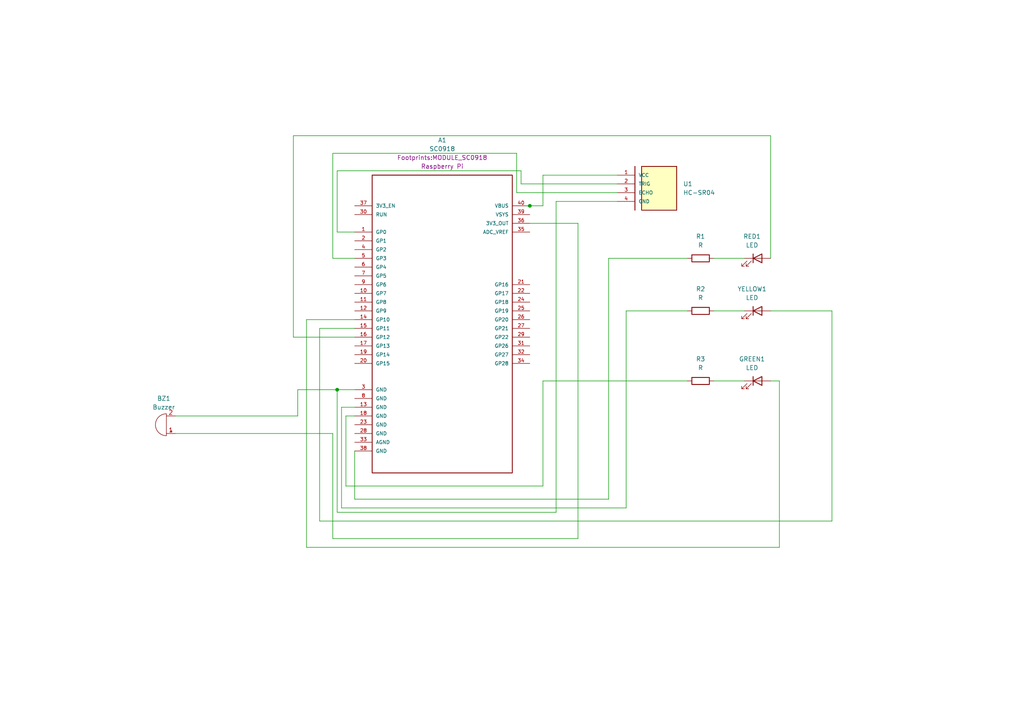
<source format=kicad_sch>
(kicad_sch (version 20231120) (generator "eeschema") (generator_version "8.0")
  (paper "A4")
  (lib_symbols
    (symbol "Device:Buzzer" (pin_names (offset 0.0254) hide)
      (property "Reference" "BZ" (at 3.81 1.27 0))
      (property "Value" "Buzzer" (at 3.81 -1.27 0))
      (symbol "Buzzer_0_1"
        (arc (start 0 -3.175) (mid 3.1612 0) (end 0 3.175))
        (polyline (pts (xy -1.651 1.905) (xy -1.143 1.905)))
        (polyline (pts (xy -1.397 2.159) (xy -1.397 1.651)))
        (polyline (pts (xy 0 3.175) (xy 0 -3.175)))
      )
      (symbol "Buzzer_1_1"
        (pin passive line (at -2.54 2.54 0) (length 2.54) (name "+") (number "1"))
        (pin passive line (at -2.54 -2.54 0) (length 2.54) (name "-") (number "2"))
      )
    )
    (symbol "Device:LED" (pin_numbers hide) (pin_names (offset 1.016) hide)
      (property "Reference" "D" (at 0 2.54 0))
      (property "Value" "LED" (at 0 -2.54 0))
      (symbol "LED_0_1"
        (polyline (pts (xy -1.27 -1.27) (xy -1.27 1.27)) (stroke (width 0.254)))
        (polyline (pts (xy -1.27 0) (xy 1.27 0)))
        (polyline (pts (xy 1.27 -1.27) (xy 1.27 1.27) (xy -1.27 0) (xy 1.27 -1.27)) (stroke (width 0.254)))
        (polyline (pts (xy -3.048 -0.762) (xy -4.572 -2.286) (xy -3.81 -2.286) (xy -4.572 -2.286) (xy -4.572 -1.524)))
        (polyline (pts (xy -1.778 -0.762) (xy -3.302 -2.286) (xy -2.54 -2.286) (xy -3.302 -2.286) (xy -3.302 -1.524)))
      )
      (symbol "LED_1_1"
        (pin passive line (at -3.81 0 0) (length 2.54) (name "K") (number "1"))
        (pin passive line (at 3.81 0 180) (length 2.54) (name "A") (number "2"))
      )
    )
    (symbol "Device:R" (pin_numbers hide) (pin_names (offset 0))
      (property "Reference" "R" (at 2.032 0 90))
      (property "Value" "R" (at 0 0 90))
      (symbol "R_0_1"
        (rectangle (start -1.016 -2.54) (end 1.016 2.54) (stroke (width 0.254)))
      )
      (symbol "R_1_1"
        (pin passive line (at 0 3.81 270) (length 1.27) (name "~") (number "1"))
        (pin passive line (at 0 -3.81 90) (length 1.27) (name "~") (number "2"))
      )
    )
    (symbol "Footprint:SC0918" (pin_names (offset 1.016))
      (property "Reference" "A1" (at 0 58.42 0))
      (property "Value" "SC0918" (at 0 55.88 0))
      (property "Footprint" "Footprints:MODULE_SC0918" (at -12.7 -46.99 0))
      (property "manufacturer" "Raspberry Pi" (at 0 53.34 0))
      (symbol "SC0918_0_0"
        (rectangle (start -20.32 -43.18) (end 20.32 43.18) (stroke (width 0.254)))
        (pin bidirectional line (at -25.4 26.67 0) (length 5.08) (name "GP0") (number "1"))
        (pin bidirectional line (at -25.4 8.89 0) (length 5.08) (name "GP7") (number "10"))
        (pin bidirectional line (at -25.4 6.35 0) (length 5.08) (name "GP8") (number "11"))
        (pin bidirectional line (at -25.4 3.81 0) (length 5.08) (name "GP9") (number "12"))
        (pin power_in line (at -25.4 -24.13 0) (length 5.08) (name "GND") (number "13"))
        (pin bidirectional line (at -25.4 1.27 0) (length 5.08) (name "GP10") (number "14"))
        (pin bidirectional line (at -25.4 -1.27 0) (length 5.08) (name "GP11") (number "15"))
        (pin bidirectional line (at -25.4 -3.81 0) (length 5.08) (name "GP12") (number "16"))
        (pin bidirectional line (at -25.4 -6.35 0) (length 5.08) (name "GP13") (number "17"))
        (pin power_in line (at -25.4 -26.67 0) (length 5.08) (name "GND") (number "18"))
        (pin bidirectional line (at -25.4 -8.89 0) (length 5.08) (name "GP14") (number "19"))
        (pin bidirectional line (at -25.4 24.13 0) (length 5.08) (name "GP1") (number "2"))
        (pin bidirectional line (at -25.4 -11.43 0) (length 5.08) (name "GP15") (number "20"))
        (pin bidirectional line (at 25.4 11.43 180) (length 5.08) (name "GP16") (number "21"))
        (pin bidirectional line (at 25.4 8.89 180) (length 5.08) (name "GP17") (number "22"))
        (pin power_in line (at -25.4 -29.21 0) (length 5.08) (name "GND") (number "23"))
        (pin bidirectional line (at 25.4 6.35 180) (length 5.08) (name "GP18") (number "24"))
        (pin bidirectional line (at 25.4 3.81 180) (length 5.08) (name "GP19") (number "25"))
        (pin bidirectional line (at 25.4 1.27 180) (length 5.08) (name "GP20") (number "26"))
        (pin bidirectional line (at 25.4 -1.27 180) (length 5.08) (name "GP21") (number "27"))
        (pin power_in line (at -25.4 -31.75 0) (length 5.08) (name "GND") (number "28"))
        (pin bidirectional line (at 25.4 -3.81 180) (length 5.08) (name "GP22") (number "29"))
        (pin power_in line (at -25.4 -19.05 0) (length 5.08) (name "GND") (number "3"))
        (pin input line (at -25.4 31.75 0) (length 5.08) (name "RUN") (number "30"))
        (pin bidirectional line (at 25.4 -6.35 180) (length 5.08) (name "GP26") (number "31"))
        (pin bidirectional line (at 25.4 -8.89 180) (length 5.08) (name "GP27") (number "32"))
        (pin power_in line (at -25.4 -34.29 0) (length 5.08) (name "AGND") (number "33"))
        (pin bidirectional line (at 25.4 -11.43 180) (length 5.08) (name "GP28") (number "34"))
        (pin power_in line (at 25.4 26.67 180) (length 5.08) (name "ADC_VREF") (number "35"))
        (pin power_in line (at 25.4 29.21 180) (length 5.08) (name "3V3_OUT") (number "36"))
        (pin input line (at -25.4 34.29 0) (length 5.08) (name "3V3_EN") (number "37"))
        (pin power_in line (at -25.4 -36.83 0) (length 5.08) (name "GND") (number "38"))
        (pin free line (at 25.4 31.75 180) (length 5.08) (name "VSYS") (number "39"))
        (pin bidirectional line (at -25.4 21.59 0) (length 5.08) (name "GP2") (number "4"))
        (pin free line (at 25.4 34.29 180) (length 5.08) (name "VBUS") (number "40"))
        (pin bidirectional line (at -25.4 19.05 0) (length 5.08) (name "GP3") (number "5"))
        (pin bidirectional line (at -25.4 16.51 0) (length 5.08) (name "GP4") (number "6"))
        (pin bidirectional line (at -25.4 13.97 0) (length 5.08) (name "GP5") (number "7"))
        (pin power_in line (at -25.4 -21.59 0) (length 5.08) (name "GND") (number "8"))
        (pin bidirectional line (at -25.4 11.43 0) (length 5.08) (name "GP6") (number "9"))
      )
    )
    (symbol "HC-SR04:HC-SR04" (pin_names (offset 1.016))
      (property "Reference" "U" (at 0 5.08 0))
      (property "Value" "HC-SR04" (at 0 -10.16 0))
      (symbol "HC-SR04_0_0"
        (polyline (pts (xy 0 5.08) (xy 0 -7.62)) (stroke (width 0.254)))
        (rectangle (start 1.9558 -7.62) (end 12.1158 5.08) (stroke (width 0.254)) (fill (type background)))
        (pin power_in line (at -5.08 2.54 0) (length 5.08) (name "VCC") (number "1"))
        (pin bidirectional line (at -5.08 0 0) (length 5.08) (name "TRIG") (number "2"))
        (pin bidirectional line (at -5.08 -2.54 0) (length 5.08) (name "ECHO") (number "3"))
        (pin power_in line (at -5.08 -5.08 0) (length 5.08) (name "GND") (number "4"))
      )
    )
  )
  (junction (at 97.79 113.03))
  (junction (at 153.67 59.69))
  (wire (pts (xy 100.33 140.97) (xy 100.33 120.65)))
  (wire (pts (xy 199.39 74.93) (xy 176.53 74.93)))
  (wire (pts (xy 157.48 140.97) (xy 100.33 140.97)))
  (wire (pts (xy 92.71 95.25) (xy 102.87 95.25)))
  (wire (pts (xy 96.52 156.21) (xy 167.64 156.21)))
  (wire (pts (xy 153.67 59.69) (xy 157.48 59.69)))
  (wire (pts (xy 88.9 92.71) (xy 102.87 92.71)))
  (wire (pts (xy 97.79 113.03) (xy 97.79 148.59)))
  (wire (pts (xy 85.09 39.37) (xy 85.09 97.79)))
  (wire (pts (xy 96.52 125.73) (xy 96.52 156.21)))
  (wire (pts (xy 149.86 44.45) (xy 96.52 44.45)))
  (wire (pts (xy 241.3 90.17) (xy 241.3 151.13)))
  (wire (pts (xy 161.29 148.59) (xy 161.29 58.42)))
  (wire (pts (xy 157.48 50.8) (xy 179.07 50.8)))
  (wire (pts (xy 157.48 59.69) (xy 157.48 50.8)))
  (wire (pts (xy 85.09 97.79) (xy 102.87 97.79)))
  (wire (pts (xy 241.3 151.13) (xy 92.71 151.13)))
  (wire (pts (xy 102.87 144.78) (xy 102.87 130.81)))
  (wire (pts (xy 161.29 58.42) (xy 179.07 58.42)))
  (wire (pts (xy 157.48 110.49) (xy 157.48 140.97)))
  (wire (pts (xy 92.71 151.13) (xy 92.71 95.25)))
  (wire (pts (xy 226.06 158.75) (xy 88.9 158.75)))
  (wire (pts (xy 96.52 44.45) (xy 96.52 74.93)))
  (wire (pts (xy 100.33 120.65) (xy 102.87 120.65)))
  (wire (pts (xy 223.52 39.37) (xy 85.09 39.37)))
  (wire (pts (xy 226.06 110.49) (xy 226.06 158.75)))
  (wire (pts (xy 151.13 49.53) (xy 97.79 49.53)))
  (wire (pts (xy 99.06 147.32) (xy 99.06 118.11)))
  (wire (pts (xy 97.79 67.31) (xy 102.87 67.31)))
  (wire (pts (xy 86.36 120.65) (xy 86.36 113.03)))
  (wire (pts (xy 167.64 64.77) (xy 153.67 64.77)))
  (wire (pts (xy 179.07 55.88) (xy 149.86 55.88)))
  (wire (pts (xy 207.01 74.93) (xy 215.9 74.93)))
  (wire (pts (xy 97.79 148.59) (xy 161.29 148.59)))
  (wire (pts (xy 176.53 74.93) (xy 176.53 144.78)))
  (wire (pts (xy 88.9 158.75) (xy 88.9 92.71)))
  (wire (pts (xy 207.01 110.49) (xy 215.9 110.49)))
  (wire (pts (xy 167.64 156.21) (xy 167.64 64.77)))
  (wire (pts (xy 199.39 90.17) (xy 181.61 90.17)))
  (wire (pts (xy 151.13 53.34) (xy 151.13 49.53)))
  (wire (pts (xy 99.06 118.11) (xy 102.87 118.11)))
  (wire (pts (xy 152.4 59.69) (xy 153.67 59.69)))
  (wire (pts (xy 223.52 90.17) (xy 241.3 90.17)))
  (wire (pts (xy 223.52 110.49) (xy 226.06 110.49)))
  (wire (pts (xy 50.8 125.73) (xy 96.52 125.73)))
  (wire (pts (xy 181.61 90.17) (xy 181.61 147.32)))
  (wire (pts (xy 181.61 147.32) (xy 99.06 147.32)))
  (wire (pts (xy 50.8 120.65) (xy 86.36 120.65)))
  (wire (pts (xy 96.52 74.93) (xy 102.87 74.93)))
  (wire (pts (xy 223.52 74.93) (xy 223.52 39.37)))
  (wire (pts (xy 149.86 55.88) (xy 149.86 44.45)))
  (wire (pts (xy 179.07 53.34) (xy 151.13 53.34)))
  (wire (pts (xy 97.79 49.53) (xy 97.79 67.31)))
  (wire (pts (xy 86.36 113.03) (xy 97.79 113.03)))
  (wire (pts (xy 176.53 144.78) (xy 102.87 144.78)))
  (wire (pts (xy 97.79 113.03) (xy 102.87 113.03)))
  (wire (pts (xy 199.39 110.49) (xy 157.48 110.49)))
  (wire (pts (xy 207.01 90.17) (xy 215.9 90.17)))
  (symbol (lib_id "Device:LED") (at 219.71 90.17 0) (unit 1)
    (property "Reference" "YELLOW1" (at 218.1225 83.82 0))
    (property "Value" "LED" (at 218.1225 86.36 0))
    (property "Description" "Light emitting diode" (effects (hide yes)))
  )
  (symbol (lib_id "Device:LED") (at 219.71 110.49 0) (unit 1)
    (property "Reference" "GREEN1" (at 218.1225 104.14 0))
    (property "Value" "LED" (at 218.1225 106.68 0))
    (property "Description" "Light emitting diode" (effects (hide yes)))
  )
  (symbol (lib_id "Device:R") (at 203.2 74.93 90) (unit 1)
    (property "Reference" "R1" (at 203.2 68.58 90))
    (property "Value" "R" (at 203.2 71.12 90))
    (property "Footprint" "Resistor_THT:R_Axial_DIN0204_L3.6mm_D1.6mm_P2.54mm_Vertical" (effects (hide yes)))
    (property "Description" "Resistor" (effects (hide yes)))
  )
  (symbol (lib_id "Device:R") (at 203.2 90.17 90) (unit 1)
    (property "Reference" "R2" (at 203.2 83.82 90))
    (property "Value" "R" (at 203.2 86.36 90))
    (property "Footprint" "Resistor_THT:R_Axial_DIN0204_L3.6mm_D1.6mm_P2.54mm_Vertical" (effects (hide yes)))
    (property "Description" "Resistor" (effects (hide yes)))
  )
  (symbol (lib_id "Device:R") (at 203.2 110.49 90) (unit 1)
    (property "Reference" "R3" (at 203.2 104.14 90))
    (property "Value" "R" (at 203.2 106.68 90))
    (property "Footprint" "Resistor_THT:R_Axial_DIN0204_L3.6mm_D1.6mm_P2.54mm_Vertical" (effects (hide yes)))
    (property "Description" "Resistor" (effects (hide yes)))
  )
  (symbol (lib_id "Footprint:SC0918") (at 128.27 93.98 0) (unit 1)
    (property "Reference" "A1" (at 128.27 40.64 0))
    (property "Value" "SC0918" (at 128.27 43.18 0))
    (property "Footprint" "Footprints:MODULE_SC0918" (at 128.27 45.72 0))
    (property "Datasheet" "https://datasheets.raspberrypi.com/picow/pico-w-datasheet.pdf" (effects (hide yes)))
    (property "manufacturer" "Raspberry Pi" (at 128.27 48.26 0))
    (property "P/N" "SC0918" (effects (hide yes)))
    (property "PARTREV" "1.6" (effects (hide yes)))
    (property "MAXIMUM_PACKAGE_HEIGHT" "3.73mm" (effects (hide yes)))
  )
  (symbol (lib_id "Device:Buzzer") (at 48.26 123.19 180) (unit 1)
    (property "Reference" "BZ1" (at 47.5049 115.57 0))
    (property "Value" "Buzzer" (at 47.5049 118.11 0))
    (property "Description" "Buzzer, polarized" (effects (hide yes)))
  )
  (symbol (lib_id "Device:LED") (at 219.71 74.93 0) (unit 1)
    (property "Reference" "RED1" (at 218.1225 68.58 0))
    (property "Value" "LED" (at 218.1225 71.12 0))
    (property "Description" "Light emitting diode" (effects (hide yes)))
  )
  (symbol (lib_id "HC-SR04:HC-SR04") (at 184.15 53.34 0) (unit 1)
    (property "Reference" "U1" (at 198.12 53.3399 0) (effects (justify left)))
    (property "Value" "HC-SR04" (at 198.12 55.8799 0) (effects (justify left)))
    (property "Footprint" "XCVR_HC-SR04" (effects (hide yes)))
    (property "Description" "SparkFun Electronics" (effects (hide yes)))
    (property "Description_1" "\\nHC-SR04 Ultrasonic Sensor Qwiic Platform Evaluation Expansion Board\\n" (effects (hide yes)))
    (property "Package" "None" (effects (hide yes)))
    (property "Price" "None" (effects (hide yes)))
    (property "Check_prices" "https://www.snapeda.com/parts/HC-SR04/SparkFun+Electronics/view-part/?ref=eda" (effects (hide yes)))
    (property "SnapEDA_Link" "https://www.snapeda.com/parts/HC-SR04/SparkFun+Electronics/view-part/?ref=snap" (effects (hide yes)))
    (property "MP" "HC-SR04" (effects (hide yes)))
    (property "Availability" "Not in stock" (effects (hide yes)))
    (property "MANUFACTURER" "Osepp" (effects (hide yes)))
  )
)
</source>
